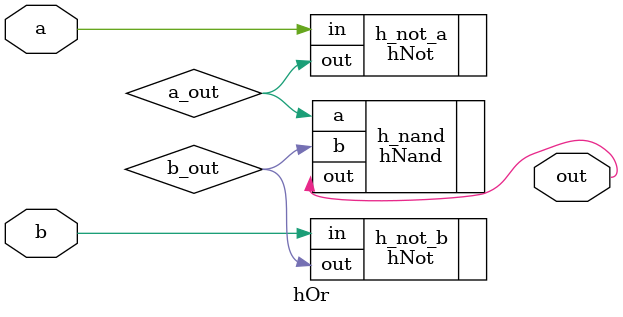
<source format=v>
`ifndef _h_or_
`define _h_or_
`timescale 1ns / 1ps

`include "hNot.v"
`include "hNand.v"

module hOr(
    input a,
    input b,
    output out
    );
	
	wire a_out;
	wire b_out;

	hNot h_not_a(.in(a), .out(a_out));
	hNot h_not_b(.in(b), .out(b_out));
	hNand h_nand(.a(a_out), .b(b_out), .out(out));
	
endmodule

`endif
</source>
